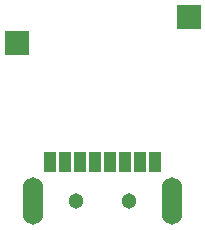
<source format=gbs>
G04*
G04 #@! TF.GenerationSoftware,Altium Limited,Altium Designer,20.1.8 (145)*
G04*
G04 Layer_Color=16711935*
%FSLAX25Y25*%
%MOIN*%
G70*
G04*
G04 #@! TF.SameCoordinates,CA782F3F-0D54-4404-9751-EA5AB56DA471*
G04*
G04*
G04 #@! TF.FilePolarity,Negative*
G04*
G01*
G75*
%ADD38C,0.05131*%
%ADD39O,0.06800X0.15800*%
%ADD50R,0.07887X0.07887*%
%ADD51R,0.03950X0.06706*%
D38*
X238300Y146300D02*
D03*
X220584D02*
D03*
D39*
X252670D02*
D03*
X206213D02*
D03*
D50*
X258200Y207500D02*
D03*
X200909Y198784D02*
D03*
D51*
X247009Y159283D02*
D03*
X242009D02*
D03*
X237009D02*
D03*
X217009D02*
D03*
X212009D02*
D03*
X222009D02*
D03*
X227009D02*
D03*
X232009D02*
D03*
M02*

</source>
